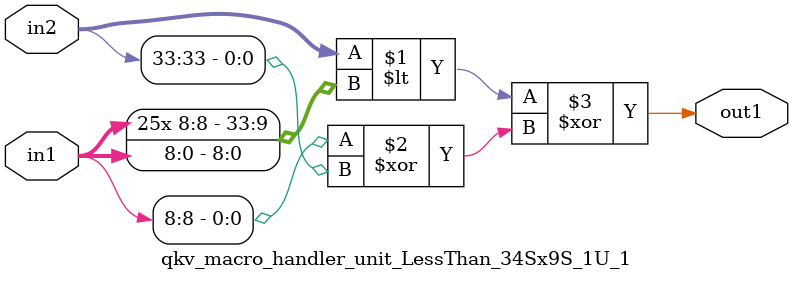
<source format=v>

`timescale 1ps / 1ps


module qkv_macro_handler_unit_LessThan_34Sx9S_1U_1( in2, in1, out1 );

    input [33:0] in2;
    input [8:0] in1;
    output out1;

    
    // rtl_process:qkv_macro_handler_unit_LessThan_34Sx9S_1U_1/qkv_macro_handler_unit_LessThan_34Sx9S_1U_1_thread_1
    assign out1 = (in2 < {{ 25 {in1[8]}}, in1} ^ (in1[8] ^ in2[33]));

endmodule


</source>
